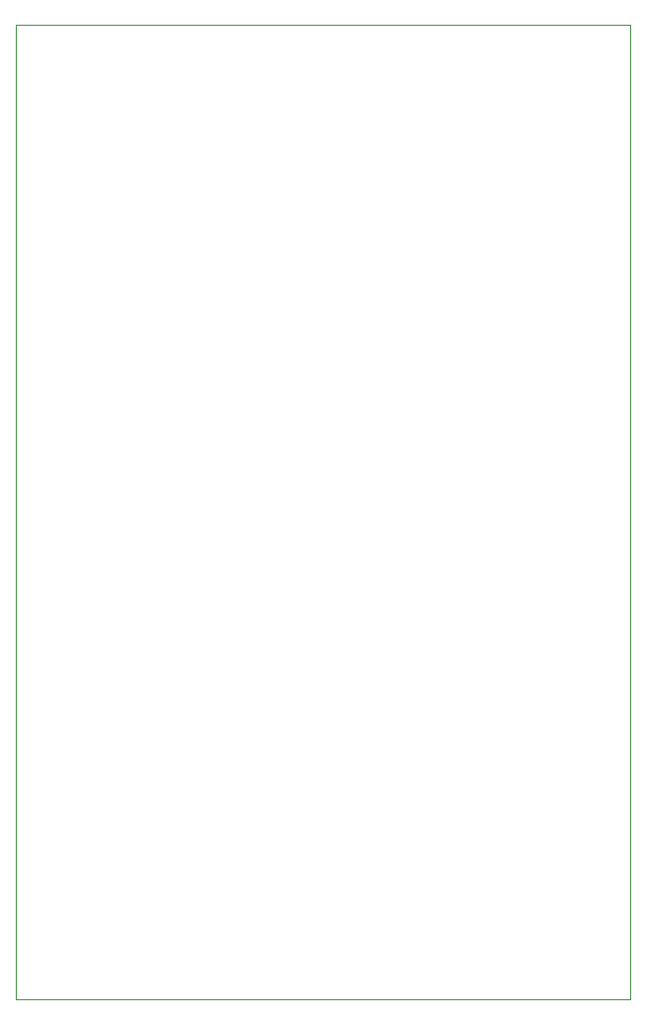
<source format=gbr>
%TF.GenerationSoftware,KiCad,Pcbnew,(6.0.7-1)-1*%
%TF.CreationDate,2022-09-12T11:25:08-04:00*%
%TF.ProjectId,LED_Pulser,4c45445f-5075-46c7-9365-722e6b696361,rev?*%
%TF.SameCoordinates,Original*%
%TF.FileFunction,Profile,NP*%
%FSLAX46Y46*%
G04 Gerber Fmt 4.6, Leading zero omitted, Abs format (unit mm)*
G04 Created by KiCad (PCBNEW (6.0.7-1)-1) date 2022-09-12 11:25:08*
%MOMM*%
%LPD*%
G01*
G04 APERTURE LIST*
%TA.AperFunction,Profile*%
%ADD10C,0.100000*%
%TD*%
G04 APERTURE END LIST*
D10*
X85090000Y-76200000D02*
X137668000Y-76200000D01*
X85090000Y-159512000D02*
X85090000Y-76200000D01*
X137668000Y-76200000D02*
X137668000Y-159512000D01*
X137668000Y-159512000D02*
X85090000Y-159512000D01*
M02*

</source>
